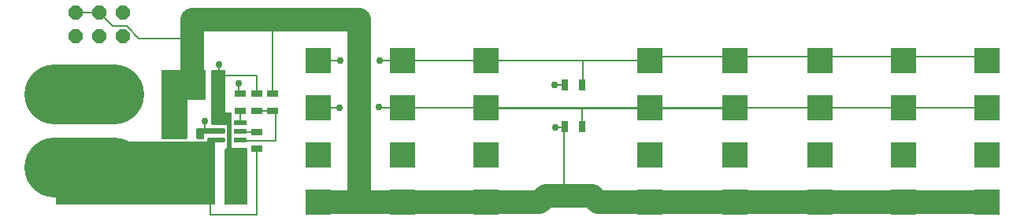
<source format=gbr>
G04 EAGLE Gerber X2 export*
%TF.Part,Single*%
%TF.FileFunction,Copper,L1,Top,Mixed*%
%TF.FilePolarity,Positive*%
%TF.GenerationSoftware,Autodesk,EAGLE,8.6.0*%
%TF.CreationDate,2018-06-26T05:58:37Z*%
G75*
%MOMM*%
%FSLAX34Y34*%
%LPD*%
%AMOC8*
5,1,8,0,0,1.08239X$1,22.5*%
G01*
%ADD10R,2.670000X2.670000*%
%ADD11C,6.416000*%
%ADD12R,0.800000X1.200000*%
%ADD13P,1.649562X8X22.500000*%
%ADD14R,1.473000X0.533000*%
%ADD15R,1.200000X0.800000*%
%ADD16C,0.203200*%
%ADD17C,0.756400*%
%ADD18C,0.254000*%
%ADD19C,2.540000*%

G36*
X64317Y139132D02*
X64317Y139132D01*
X64259Y139134D01*
X64177Y139112D01*
X64094Y139100D01*
X64040Y139077D01*
X63984Y139062D01*
X63911Y139019D01*
X63834Y138984D01*
X63789Y138946D01*
X63739Y138917D01*
X63681Y138855D01*
X63617Y138801D01*
X63585Y138752D01*
X63545Y138709D01*
X63506Y138634D01*
X63460Y138564D01*
X63442Y138508D01*
X63415Y138456D01*
X63404Y138388D01*
X63374Y138293D01*
X63371Y138193D01*
X63360Y138125D01*
X63360Y71875D01*
X63368Y71817D01*
X63366Y71759D01*
X63388Y71677D01*
X63400Y71594D01*
X63424Y71540D01*
X63438Y71484D01*
X63481Y71411D01*
X63516Y71334D01*
X63554Y71289D01*
X63584Y71239D01*
X63645Y71181D01*
X63700Y71117D01*
X63748Y71085D01*
X63791Y71045D01*
X63866Y71006D01*
X63936Y70960D01*
X63992Y70942D01*
X64044Y70915D01*
X64112Y70904D01*
X64207Y70874D01*
X64307Y70871D01*
X64375Y70860D01*
X233750Y70860D01*
X233808Y70868D01*
X233866Y70866D01*
X233948Y70888D01*
X234032Y70900D01*
X234085Y70924D01*
X234141Y70938D01*
X234214Y70981D01*
X234291Y71016D01*
X234336Y71054D01*
X234386Y71084D01*
X234444Y71145D01*
X234508Y71200D01*
X234540Y71248D01*
X234580Y71291D01*
X234619Y71366D01*
X234666Y71436D01*
X234683Y71492D01*
X234710Y71544D01*
X234721Y71612D01*
X234751Y71707D01*
X234754Y71807D01*
X234765Y71875D01*
X234765Y137735D01*
X244375Y137735D01*
X244433Y137743D01*
X244491Y137741D01*
X244573Y137763D01*
X244657Y137775D01*
X244710Y137799D01*
X244766Y137813D01*
X244839Y137856D01*
X244916Y137891D01*
X244961Y137929D01*
X245011Y137959D01*
X245069Y138020D01*
X245133Y138075D01*
X245165Y138123D01*
X245205Y138166D01*
X245244Y138241D01*
X245291Y138311D01*
X245308Y138367D01*
X245335Y138419D01*
X245346Y138487D01*
X245376Y138582D01*
X245379Y138682D01*
X245390Y138750D01*
X245390Y141875D01*
X245382Y141933D01*
X245384Y141991D01*
X245362Y142073D01*
X245350Y142157D01*
X245327Y142210D01*
X245312Y142266D01*
X245269Y142339D01*
X245234Y142416D01*
X245196Y142461D01*
X245167Y142511D01*
X245105Y142569D01*
X245051Y142633D01*
X245002Y142665D01*
X244959Y142705D01*
X244884Y142744D01*
X244814Y142791D01*
X244758Y142808D01*
X244706Y142835D01*
X244638Y142846D01*
X244543Y142876D01*
X244443Y142879D01*
X244375Y142890D01*
X227500Y142890D01*
X227442Y142882D01*
X227384Y142884D01*
X227302Y142862D01*
X227219Y142850D01*
X227165Y142827D01*
X227109Y142812D01*
X227036Y142769D01*
X226959Y142734D01*
X226914Y142696D01*
X226864Y142667D01*
X226806Y142605D01*
X226742Y142551D01*
X226710Y142502D01*
X226670Y142459D01*
X226631Y142384D01*
X226585Y142314D01*
X226567Y142258D01*
X226540Y142206D01*
X226529Y142138D01*
X226499Y142043D01*
X226496Y141943D01*
X226485Y141875D01*
X226485Y139140D01*
X64375Y139140D01*
X64317Y139132D01*
G37*
G36*
X203808Y141493D02*
X203808Y141493D01*
X203866Y141491D01*
X203948Y141513D01*
X204032Y141525D01*
X204085Y141549D01*
X204141Y141563D01*
X204214Y141606D01*
X204291Y141641D01*
X204336Y141679D01*
X204386Y141709D01*
X204444Y141770D01*
X204508Y141825D01*
X204540Y141873D01*
X204580Y141916D01*
X204619Y141991D01*
X204666Y142061D01*
X204683Y142117D01*
X204710Y142169D01*
X204721Y142237D01*
X204751Y142332D01*
X204754Y142432D01*
X204765Y142500D01*
X204765Y182705D01*
X205421Y183360D01*
X223750Y183360D01*
X223808Y183368D01*
X223866Y183366D01*
X223948Y183388D01*
X224032Y183400D01*
X224085Y183424D01*
X224141Y183438D01*
X224214Y183481D01*
X224291Y183516D01*
X224336Y183554D01*
X224386Y183584D01*
X224444Y183645D01*
X224508Y183700D01*
X224540Y183748D01*
X224580Y183791D01*
X224619Y183866D01*
X224666Y183936D01*
X224683Y183992D01*
X224710Y184044D01*
X224721Y184112D01*
X224751Y184207D01*
X224754Y184307D01*
X224765Y184375D01*
X224765Y215000D01*
X224757Y215058D01*
X224759Y215116D01*
X224737Y215198D01*
X224725Y215282D01*
X224702Y215335D01*
X224687Y215391D01*
X224644Y215464D01*
X224609Y215541D01*
X224571Y215586D01*
X224542Y215636D01*
X224480Y215694D01*
X224426Y215758D01*
X224377Y215790D01*
X224334Y215830D01*
X224259Y215869D01*
X224189Y215916D01*
X224133Y215933D01*
X224081Y215960D01*
X224013Y215971D01*
X223918Y216001D01*
X223818Y216004D01*
X223750Y216015D01*
X178125Y216015D01*
X178067Y216007D01*
X178009Y216009D01*
X177927Y215987D01*
X177844Y215975D01*
X177790Y215952D01*
X177734Y215937D01*
X177661Y215894D01*
X177584Y215859D01*
X177539Y215821D01*
X177489Y215792D01*
X177431Y215730D01*
X177367Y215676D01*
X177335Y215627D01*
X177295Y215584D01*
X177256Y215509D01*
X177210Y215439D01*
X177192Y215383D01*
X177165Y215331D01*
X177154Y215263D01*
X177124Y215168D01*
X177121Y215068D01*
X177110Y215000D01*
X177110Y142500D01*
X177118Y142442D01*
X177116Y142384D01*
X177138Y142302D01*
X177150Y142219D01*
X177174Y142165D01*
X177188Y142109D01*
X177231Y142036D01*
X177266Y141959D01*
X177304Y141914D01*
X177334Y141864D01*
X177395Y141806D01*
X177450Y141742D01*
X177498Y141710D01*
X177541Y141670D01*
X177616Y141631D01*
X177686Y141585D01*
X177742Y141567D01*
X177794Y141540D01*
X177862Y141529D01*
X177957Y141499D01*
X178057Y141496D01*
X178125Y141485D01*
X203750Y141485D01*
X203808Y141493D01*
G37*
G36*
X268808Y70868D02*
X268808Y70868D01*
X268866Y70866D01*
X268948Y70888D01*
X269032Y70900D01*
X269085Y70924D01*
X269141Y70938D01*
X269214Y70981D01*
X269291Y71016D01*
X269336Y71054D01*
X269386Y71084D01*
X269444Y71145D01*
X269508Y71200D01*
X269540Y71248D01*
X269580Y71291D01*
X269619Y71366D01*
X269666Y71436D01*
X269683Y71492D01*
X269710Y71544D01*
X269721Y71612D01*
X269751Y71707D01*
X269754Y71807D01*
X269765Y71875D01*
X269765Y130625D01*
X269757Y130683D01*
X269759Y130741D01*
X269737Y130823D01*
X269725Y130907D01*
X269702Y130960D01*
X269687Y131016D01*
X269644Y131089D01*
X269609Y131166D01*
X269571Y131211D01*
X269542Y131261D01*
X269480Y131319D01*
X269426Y131383D01*
X269377Y131415D01*
X269334Y131455D01*
X269259Y131494D01*
X269189Y131541D01*
X269133Y131558D01*
X269081Y131585D01*
X269013Y131596D01*
X268918Y131626D01*
X268818Y131629D01*
X268750Y131640D01*
X252265Y131640D01*
X252265Y169375D01*
X252257Y169433D01*
X252259Y169491D01*
X252237Y169573D01*
X252225Y169657D01*
X252202Y169710D01*
X252187Y169766D01*
X252144Y169839D01*
X252109Y169916D01*
X252071Y169961D01*
X252042Y170011D01*
X251980Y170069D01*
X251926Y170133D01*
X251877Y170165D01*
X251834Y170205D01*
X251759Y170244D01*
X251689Y170291D01*
X251633Y170308D01*
X251581Y170335D01*
X251513Y170346D01*
X251418Y170376D01*
X251318Y170379D01*
X251250Y170390D01*
X246015Y170390D01*
X246015Y215000D01*
X246007Y215058D01*
X246009Y215116D01*
X245987Y215198D01*
X245975Y215282D01*
X245952Y215335D01*
X245937Y215391D01*
X245894Y215464D01*
X245859Y215541D01*
X245821Y215586D01*
X245792Y215636D01*
X245730Y215694D01*
X245676Y215758D01*
X245627Y215790D01*
X245584Y215830D01*
X245509Y215869D01*
X245439Y215916D01*
X245383Y215933D01*
X245331Y215960D01*
X245263Y215971D01*
X245168Y216001D01*
X245068Y216004D01*
X245000Y216015D01*
X232500Y216015D01*
X232413Y216003D01*
X232326Y216000D01*
X232273Y215983D01*
X232219Y215975D01*
X232139Y215940D01*
X232055Y215913D01*
X232016Y215885D01*
X231959Y215859D01*
X231846Y215763D01*
X231782Y215718D01*
X231157Y215093D01*
X231105Y215023D01*
X231045Y214959D01*
X231019Y214910D01*
X230986Y214866D01*
X230955Y214784D01*
X230915Y214706D01*
X230907Y214659D01*
X230885Y214600D01*
X230880Y214542D01*
X230874Y214522D01*
X230872Y214447D01*
X230860Y214375D01*
X230860Y157500D01*
X230868Y157442D01*
X230866Y157384D01*
X230888Y157302D01*
X230900Y157219D01*
X230924Y157165D01*
X230938Y157109D01*
X230981Y157036D01*
X231016Y156959D01*
X231054Y156914D01*
X231084Y156864D01*
X231145Y156806D01*
X231200Y156742D01*
X231248Y156710D01*
X231291Y156670D01*
X231366Y156631D01*
X231436Y156585D01*
X231492Y156567D01*
X231544Y156540D01*
X231612Y156529D01*
X231707Y156499D01*
X231807Y156496D01*
X231875Y156485D01*
X247735Y156485D01*
X247735Y131640D01*
X246875Y131640D01*
X246788Y131628D01*
X246701Y131625D01*
X246648Y131608D01*
X246594Y131600D01*
X246514Y131565D01*
X246430Y131538D01*
X246391Y131510D01*
X246334Y131484D01*
X246221Y131388D01*
X246157Y131343D01*
X245532Y130718D01*
X245515Y130695D01*
X245492Y130676D01*
X245460Y130627D01*
X245420Y130584D01*
X245394Y130535D01*
X245361Y130491D01*
X245351Y130463D01*
X245335Y130439D01*
X245317Y130383D01*
X245290Y130331D01*
X245282Y130283D01*
X245260Y130225D01*
X245258Y130196D01*
X245249Y130168D01*
X245246Y130068D01*
X245235Y130000D01*
X245235Y71875D01*
X245243Y71817D01*
X245241Y71759D01*
X245263Y71677D01*
X245275Y71594D01*
X245299Y71540D01*
X245313Y71484D01*
X245356Y71411D01*
X245391Y71334D01*
X245429Y71289D01*
X245459Y71239D01*
X245520Y71181D01*
X245575Y71117D01*
X245623Y71085D01*
X245666Y71045D01*
X245741Y71006D01*
X245811Y70960D01*
X245867Y70942D01*
X245919Y70915D01*
X245987Y70904D01*
X246082Y70874D01*
X246182Y70871D01*
X246250Y70860D01*
X268750Y70860D01*
X268808Y70868D01*
G37*
G36*
X221933Y141493D02*
X221933Y141493D01*
X221991Y141491D01*
X222073Y141513D01*
X222157Y141525D01*
X222210Y141549D01*
X222266Y141563D01*
X222339Y141606D01*
X222416Y141641D01*
X222461Y141679D01*
X222511Y141709D01*
X222569Y141770D01*
X222633Y141825D01*
X222665Y141873D01*
X222705Y141916D01*
X222744Y141991D01*
X222791Y142061D01*
X222808Y142117D01*
X222835Y142169D01*
X222846Y142237D01*
X222876Y142332D01*
X222879Y142432D01*
X222890Y142500D01*
X222890Y147110D01*
X244375Y147110D01*
X244433Y147118D01*
X244491Y147116D01*
X244573Y147138D01*
X244657Y147150D01*
X244710Y147174D01*
X244766Y147188D01*
X244839Y147231D01*
X244916Y147266D01*
X244961Y147304D01*
X245011Y147334D01*
X245069Y147395D01*
X245133Y147450D01*
X245165Y147498D01*
X245205Y147541D01*
X245244Y147616D01*
X245291Y147686D01*
X245308Y147742D01*
X245335Y147794D01*
X245346Y147862D01*
X245376Y147957D01*
X245379Y148057D01*
X245390Y148125D01*
X245390Y151875D01*
X245382Y151933D01*
X245384Y151991D01*
X245362Y152073D01*
X245350Y152157D01*
X245327Y152210D01*
X245312Y152266D01*
X245269Y152339D01*
X245234Y152416D01*
X245196Y152461D01*
X245167Y152511D01*
X245105Y152569D01*
X245051Y152633D01*
X245002Y152665D01*
X244959Y152705D01*
X244884Y152744D01*
X244814Y152791D01*
X244758Y152808D01*
X244706Y152835D01*
X244638Y152846D01*
X244543Y152876D01*
X244443Y152879D01*
X244375Y152890D01*
X215625Y152890D01*
X215567Y152882D01*
X215509Y152884D01*
X215427Y152862D01*
X215344Y152850D01*
X215290Y152827D01*
X215234Y152812D01*
X215161Y152769D01*
X215084Y152734D01*
X215039Y152696D01*
X214989Y152667D01*
X214931Y152605D01*
X214867Y152551D01*
X214835Y152502D01*
X214795Y152459D01*
X214756Y152384D01*
X214710Y152314D01*
X214692Y152258D01*
X214665Y152206D01*
X214654Y152138D01*
X214624Y152043D01*
X214621Y151943D01*
X214610Y151875D01*
X214610Y142500D01*
X214618Y142442D01*
X214616Y142384D01*
X214638Y142302D01*
X214650Y142219D01*
X214674Y142165D01*
X214688Y142109D01*
X214731Y142036D01*
X214766Y141959D01*
X214804Y141914D01*
X214834Y141864D01*
X214895Y141806D01*
X214950Y141742D01*
X214998Y141710D01*
X215041Y141670D01*
X215116Y141631D01*
X215186Y141585D01*
X215242Y141567D01*
X215294Y141540D01*
X215362Y141529D01*
X215457Y141499D01*
X215557Y141496D01*
X215625Y141485D01*
X221875Y141485D01*
X221933Y141493D01*
G37*
D10*
X346000Y226200D03*
X346000Y175400D03*
X346000Y124600D03*
X346000Y73800D03*
X974700Y226200D03*
X974700Y175400D03*
X974700Y124600D03*
X974700Y73800D03*
X436000Y226200D03*
X436000Y175400D03*
X436000Y124600D03*
X436000Y73800D03*
X1064700Y226200D03*
X1064700Y175400D03*
X1064700Y124600D03*
X1064700Y73800D03*
X526000Y226200D03*
X526000Y175400D03*
X526000Y124600D03*
X526000Y73800D03*
X793700Y226200D03*
X793700Y175400D03*
X793700Y124600D03*
X793700Y73800D03*
X702000Y226200D03*
X702000Y175400D03*
X702000Y124600D03*
X702000Y73800D03*
X884700Y226200D03*
X884700Y175400D03*
X884700Y124600D03*
X884700Y73800D03*
D11*
X126080Y110500D02*
X61920Y110500D01*
X61920Y189500D02*
X126080Y189500D01*
D12*
X629000Y200000D03*
X611000Y200000D03*
X629000Y155000D03*
X611000Y155000D03*
D13*
X84600Y252300D03*
X84600Y277700D03*
X110000Y252300D03*
X110000Y277700D03*
X135400Y252300D03*
X135400Y277700D03*
D14*
X238130Y159500D03*
X238130Y150000D03*
X238130Y140500D03*
X261870Y140500D03*
X261870Y150000D03*
X261870Y159500D03*
D12*
X200375Y147500D03*
X218375Y147500D03*
X221000Y190000D03*
X239000Y190000D03*
X221000Y210000D03*
X239000Y210000D03*
X231000Y120000D03*
X249000Y120000D03*
X231000Y100000D03*
X249000Y100000D03*
X231000Y80000D03*
X249000Y80000D03*
D15*
X261875Y190250D03*
X261875Y172250D03*
X280000Y149000D03*
X280000Y131000D03*
X296875Y172250D03*
X296875Y190250D03*
X279375Y190250D03*
X279375Y172250D03*
D16*
X975000Y230000D02*
X1060000Y230000D01*
X975000Y230000D02*
X974700Y226200D01*
X1060000Y230000D02*
X1064700Y226200D01*
X880000Y230000D02*
X795000Y230000D01*
X793700Y226200D01*
X880000Y230000D02*
X884700Y226200D01*
X885000Y230000D02*
X970000Y230000D01*
X974700Y226200D01*
X885000Y230000D02*
X884700Y226200D01*
X526000Y226200D02*
X525000Y230000D01*
X705000Y230000D02*
X790000Y230000D01*
X793700Y226200D01*
X705000Y230000D02*
X702000Y226200D01*
X630000Y226200D02*
X526000Y226200D01*
X630000Y226200D02*
X702000Y226200D01*
X630000Y201000D02*
X629000Y200000D01*
X630000Y201000D02*
X630000Y226200D01*
X526000Y226200D02*
X436000Y226200D01*
X411925Y226200D01*
X411875Y226250D01*
D17*
X411875Y226250D03*
X369375Y226250D03*
D16*
X346050Y226250D01*
X346000Y226200D01*
X975000Y175000D02*
X1060000Y175000D01*
X975000Y175000D02*
X974700Y175400D01*
X1060000Y175000D02*
X1064700Y175400D01*
X880000Y175000D02*
X795000Y175000D01*
X793700Y175400D01*
X880000Y175000D02*
X884700Y175400D01*
X885000Y175000D02*
X970000Y175000D01*
X974700Y175400D01*
X885000Y175000D02*
X884700Y175400D01*
D18*
X630000Y175400D02*
X526000Y175400D01*
X630000Y175400D02*
X702000Y175400D01*
X793700Y175400D01*
D16*
X630000Y175400D02*
X629000Y174400D01*
X629000Y155000D01*
X526000Y175400D02*
X436000Y175400D01*
X412100Y175400D01*
X411250Y176250D01*
D17*
X411250Y176250D03*
X368750Y175625D03*
D16*
X346225Y175625D01*
X346000Y175400D01*
X253170Y120000D02*
X249000Y120000D01*
X260000Y120000D01*
D17*
X260000Y120000D03*
D16*
X260000Y100000D02*
X249000Y100000D01*
D17*
X260000Y100000D03*
D16*
X260000Y80000D02*
X249000Y80000D01*
D17*
X260000Y80000D03*
D16*
X279375Y190250D02*
X279375Y210000D01*
X239000Y210000D01*
X239000Y221500D01*
X239375Y221875D01*
D17*
X239375Y221875D03*
D16*
X280000Y131000D02*
X280000Y60000D01*
X230000Y60000D01*
X230000Y79000D01*
X231000Y80000D01*
D19*
X526000Y73800D02*
X583800Y73800D01*
X646200Y73800D02*
X702000Y73800D01*
X646200Y73800D02*
X640000Y80000D01*
X610000Y80000D01*
X590000Y80000D01*
X583800Y73800D01*
X702000Y73800D02*
X793700Y73800D01*
X884700Y73800D01*
X974700Y73800D01*
X1064700Y73800D01*
D16*
X611000Y81000D02*
X610000Y80000D01*
D19*
X390000Y73800D02*
X346000Y73800D01*
X390000Y73800D02*
X436000Y73800D01*
X526000Y73800D01*
X390000Y73800D02*
X390000Y270000D01*
X296250Y270000D01*
X210000Y270000D01*
X210000Y250000D01*
X210000Y220000D01*
X210000Y210000D01*
D16*
X210000Y220000D02*
X220000Y210000D01*
X221000Y210000D01*
X220000Y211000D01*
X220000Y229375D01*
X600000Y200000D02*
X611000Y200000D01*
D17*
X600000Y200000D03*
X600625Y154375D03*
D16*
X610375Y154375D01*
X611000Y155000D01*
X610000Y154000D01*
X610000Y80000D01*
X110000Y277700D02*
X84600Y277700D01*
X110000Y277700D02*
X124732Y262968D01*
X152787Y250000D02*
X210000Y250000D01*
X139819Y262968D02*
X124732Y262968D01*
X139819Y262968D02*
X152787Y250000D01*
X296250Y270000D02*
X296875Y269375D01*
X296875Y190250D01*
X261875Y190250D02*
X260000Y192125D01*
X260000Y201875D01*
D17*
X260000Y201875D03*
X223750Y160625D03*
D16*
X223750Y150000D01*
X261870Y159500D02*
X261870Y172245D01*
X261875Y172250D01*
X262870Y149000D02*
X280000Y149000D01*
X262870Y149000D02*
X261870Y150000D01*
X279375Y172250D02*
X296875Y172250D01*
X300000Y169125D01*
X300000Y140000D01*
X262370Y140000D01*
X261870Y140500D01*
M02*

</source>
